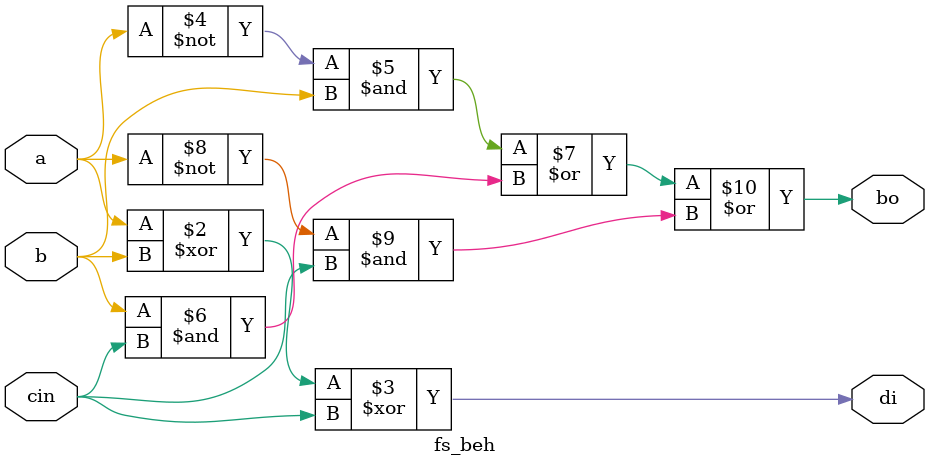
<source format=v>
`timescale 1ns / 1ps
module fs_beh(
    input a,b,cin,
    output reg di,bo
    );
    always @(*)
    begin
    di=a^b^cin;
    bo=(~a&b)|(b&cin)|(~a&cin);
    end
endmodule
</source>
